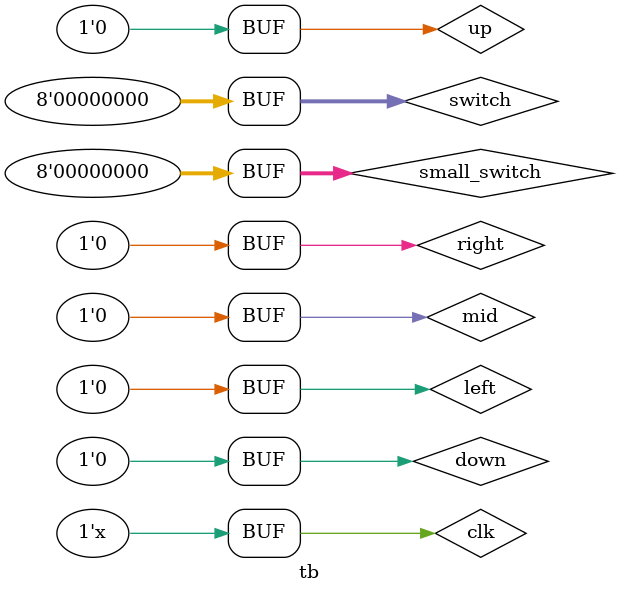
<source format=v>
`timescale 1ns / 1ps


module tb();
reg [7:0] switch = 0;
reg [7:0] small_switch = 0;
reg up,down,left,right,mid,clk;
wire [7:0] tube_character_left;
wire [7:0] tube_character_right;
wire [7:0] tube_switch ;
wire [7:0] led;
wire [7:0] small_led;
Main main(switch,small_switch,up,down,left,right,mid,clk,tube_character_left,tube_character_right,tube_switch,led,small_led);
initial begin
up=0;
down=0;
left=0;
right=0;
mid=0;
clk=0;
end
always
begin
#3 clk = ~clk;
end



endmodule

</source>
